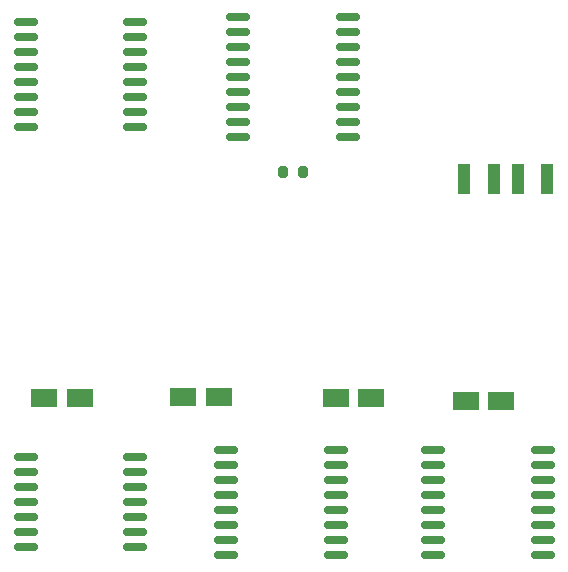
<source format=gtp>
%TF.GenerationSoftware,KiCad,Pcbnew,(6.0.6)*%
%TF.CreationDate,2022-09-12T12:50:46+09:00*%
%TF.ProjectId,mouse,6d6f7573-652e-46b6-9963-61645f706362,rev?*%
%TF.SameCoordinates,Original*%
%TF.FileFunction,Paste,Top*%
%TF.FilePolarity,Positive*%
%FSLAX46Y46*%
G04 Gerber Fmt 4.6, Leading zero omitted, Abs format (unit mm)*
G04 Created by KiCad (PCBNEW (6.0.6)) date 2022-09-12 12:50:46*
%MOMM*%
%LPD*%
G01*
G04 APERTURE LIST*
G04 Aperture macros list*
%AMRoundRect*
0 Rectangle with rounded corners*
0 $1 Rounding radius*
0 $2 $3 $4 $5 $6 $7 $8 $9 X,Y pos of 4 corners*
0 Add a 4 corners polygon primitive as box body*
4,1,4,$2,$3,$4,$5,$6,$7,$8,$9,$2,$3,0*
0 Add four circle primitives for the rounded corners*
1,1,$1+$1,$2,$3*
1,1,$1+$1,$4,$5*
1,1,$1+$1,$6,$7*
1,1,$1+$1,$8,$9*
0 Add four rect primitives between the rounded corners*
20,1,$1+$1,$2,$3,$4,$5,0*
20,1,$1+$1,$4,$5,$6,$7,0*
20,1,$1+$1,$6,$7,$8,$9,0*
20,1,$1+$1,$8,$9,$2,$3,0*%
G04 Aperture macros list end*
%ADD10RoundRect,0.150000X-0.875000X-0.150000X0.875000X-0.150000X0.875000X0.150000X-0.875000X0.150000X0*%
%ADD11R,2.200000X1.600000*%
%ADD12RoundRect,0.200000X0.200000X0.275000X-0.200000X0.275000X-0.200000X-0.275000X0.200000X-0.275000X0*%
%ADD13R,1.100000X2.500000*%
G04 APERTURE END LIST*
D10*
%TO.C,U4*%
X107350000Y-54305000D03*
X107350000Y-55575000D03*
X107350000Y-56845000D03*
X107350000Y-58115000D03*
X107350000Y-59385000D03*
X107350000Y-60655000D03*
X107350000Y-61925000D03*
X107350000Y-63195000D03*
X116650000Y-63195000D03*
X116650000Y-61925000D03*
X116650000Y-60655000D03*
X116650000Y-59385000D03*
X116650000Y-58115000D03*
X116650000Y-56845000D03*
X116650000Y-55575000D03*
X116650000Y-54305000D03*
%TD*%
D11*
%TO.C,C3*%
X136600000Y-86200000D03*
X133600000Y-86200000D03*
%TD*%
D12*
%TO.C,R5*%
X130825000Y-67000000D03*
X129175000Y-67000000D03*
%TD*%
D10*
%TO.C,U3*%
X141850000Y-90555000D03*
X141850000Y-91825000D03*
X141850000Y-93095000D03*
X141850000Y-94365000D03*
X141850000Y-95635000D03*
X141850000Y-96905000D03*
X141850000Y-98175000D03*
X141850000Y-99445000D03*
X151150000Y-99445000D03*
X151150000Y-98175000D03*
X151150000Y-96905000D03*
X151150000Y-95635000D03*
X151150000Y-94365000D03*
X151150000Y-93095000D03*
X151150000Y-91825000D03*
X151150000Y-90555000D03*
%TD*%
D11*
%TO.C,C2*%
X123700000Y-86085000D03*
X120700000Y-86085000D03*
%TD*%
D10*
%TO.C,U2*%
X124350000Y-90555000D03*
X124350000Y-91825000D03*
X124350000Y-93095000D03*
X124350000Y-94365000D03*
X124350000Y-95635000D03*
X124350000Y-96905000D03*
X124350000Y-98175000D03*
X124350000Y-99445000D03*
X133650000Y-99445000D03*
X133650000Y-98175000D03*
X133650000Y-96905000D03*
X133650000Y-95635000D03*
X133650000Y-94365000D03*
X133650000Y-93095000D03*
X133650000Y-91825000D03*
X133650000Y-90555000D03*
%TD*%
D13*
%TO.C,USB-A1*%
X144500000Y-67650000D03*
X147000000Y-67650000D03*
X149000000Y-67650000D03*
X151500000Y-67650000D03*
%TD*%
D11*
%TO.C,C1*%
X111917500Y-86197500D03*
X108917500Y-86197500D03*
%TD*%
D10*
%TO.C,U5*%
X125350000Y-53920000D03*
X125350000Y-55190000D03*
X125350000Y-56460000D03*
X125350000Y-57730000D03*
X125350000Y-59000000D03*
X125350000Y-60270000D03*
X125350000Y-61540000D03*
X125350000Y-62810000D03*
X125350000Y-64080000D03*
X134650000Y-64080000D03*
X134650000Y-62810000D03*
X134650000Y-61540000D03*
X134650000Y-60270000D03*
X134650000Y-59000000D03*
X134650000Y-57730000D03*
X134650000Y-56460000D03*
X134650000Y-55190000D03*
X134650000Y-53920000D03*
%TD*%
%TO.C,U1*%
X107350000Y-91190000D03*
X107350000Y-92460000D03*
X107350000Y-93730000D03*
X107350000Y-95000000D03*
X107350000Y-96270000D03*
X107350000Y-97540000D03*
X107350000Y-98810000D03*
X116650000Y-98810000D03*
X116650000Y-97540000D03*
X116650000Y-96270000D03*
X116650000Y-95000000D03*
X116650000Y-93730000D03*
X116650000Y-92460000D03*
X116650000Y-91190000D03*
%TD*%
D11*
%TO.C,C4*%
X147600000Y-86400000D03*
X144600000Y-86400000D03*
%TD*%
M02*

</source>
